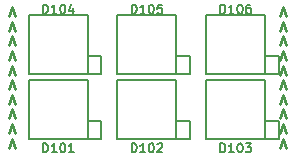
<source format=gto>
G04 (created by PCBNEW (2013-04-21 BZR 4107)-testing) date Thursday, 06 June 2013 15:24:26*
%MOIN*%
G04 Gerber Fmt 3.4, Leading zero omitted, Abs format*
%FSLAX34Y34*%
G01*
G70*
G90*
G04 APERTURE LIST*
%ADD10C,0*%
%ADD11C,0.00984252*%
%ADD12C,0.00590551*%
%ADD13C,0.006*%
G04 APERTURE END LIST*
G54D10*
G54D11*
X64266Y-33642D02*
X64378Y-33342D01*
X64491Y-33642D01*
X64266Y-33155D02*
X64378Y-32855D01*
X64491Y-33155D01*
X64266Y-32667D02*
X64378Y-32367D01*
X64491Y-32667D01*
X64266Y-32180D02*
X64378Y-31880D01*
X64491Y-32180D01*
X64266Y-31692D02*
X64378Y-31392D01*
X64491Y-31692D01*
X64266Y-31205D02*
X64378Y-30905D01*
X64491Y-31205D01*
X64266Y-30718D02*
X64378Y-30418D01*
X64491Y-30718D01*
X64266Y-30230D02*
X64378Y-29930D01*
X64491Y-30230D01*
X64266Y-29743D02*
X64378Y-29443D01*
X64491Y-29743D01*
X64266Y-29255D02*
X64378Y-28955D01*
X64491Y-29255D01*
X55230Y-33642D02*
X55343Y-33342D01*
X55455Y-33642D01*
X55230Y-33155D02*
X55343Y-32855D01*
X55455Y-33155D01*
X55230Y-32667D02*
X55343Y-32367D01*
X55455Y-32667D01*
X55230Y-32180D02*
X55343Y-31880D01*
X55455Y-32180D01*
X55230Y-31692D02*
X55343Y-31392D01*
X55455Y-31692D01*
X55230Y-31205D02*
X55343Y-30905D01*
X55455Y-31205D01*
X55230Y-30718D02*
X55343Y-30418D01*
X55455Y-30718D01*
X55230Y-30230D02*
X55343Y-29930D01*
X55455Y-30230D01*
X55230Y-29743D02*
X55343Y-29443D01*
X55455Y-29743D01*
X55230Y-29255D02*
X55343Y-28955D01*
X55455Y-29255D01*
G54D12*
X57874Y-32736D02*
X58326Y-32736D01*
X58326Y-32736D02*
X58326Y-33366D01*
X58326Y-33366D02*
X57874Y-33366D01*
X55905Y-33366D02*
X57874Y-33366D01*
X57874Y-33366D02*
X57874Y-31397D01*
X57874Y-31397D02*
X55905Y-31397D01*
X55905Y-31397D02*
X55905Y-33366D01*
X60826Y-32736D02*
X61279Y-32736D01*
X61279Y-32736D02*
X61279Y-33366D01*
X61279Y-33366D02*
X60826Y-33366D01*
X58858Y-33366D02*
X60826Y-33366D01*
X60826Y-33366D02*
X60826Y-31397D01*
X60826Y-31397D02*
X58858Y-31397D01*
X58858Y-31397D02*
X58858Y-33366D01*
X63779Y-32736D02*
X64232Y-32736D01*
X64232Y-32736D02*
X64232Y-33366D01*
X64232Y-33366D02*
X63779Y-33366D01*
X61811Y-33366D02*
X63779Y-33366D01*
X63779Y-33366D02*
X63779Y-31397D01*
X63779Y-31397D02*
X61811Y-31397D01*
X61811Y-31397D02*
X61811Y-33366D01*
X57874Y-30570D02*
X58326Y-30570D01*
X58326Y-30570D02*
X58326Y-31200D01*
X58326Y-31200D02*
X57874Y-31200D01*
X55905Y-31200D02*
X57874Y-31200D01*
X57874Y-31200D02*
X57874Y-29232D01*
X57874Y-29232D02*
X55905Y-29232D01*
X55905Y-29232D02*
X55905Y-31200D01*
X60826Y-30570D02*
X61279Y-30570D01*
X61279Y-30570D02*
X61279Y-31200D01*
X61279Y-31200D02*
X60826Y-31200D01*
X58858Y-31200D02*
X60826Y-31200D01*
X60826Y-31200D02*
X60826Y-29232D01*
X60826Y-29232D02*
X58858Y-29232D01*
X58858Y-29232D02*
X58858Y-31200D01*
X63779Y-30570D02*
X64232Y-30570D01*
X64232Y-30570D02*
X64232Y-31200D01*
X64232Y-31200D02*
X63779Y-31200D01*
X61811Y-31200D02*
X63779Y-31200D01*
X63779Y-31200D02*
X63779Y-29232D01*
X63779Y-29232D02*
X61811Y-29232D01*
X61811Y-29232D02*
X61811Y-31200D01*
G54D13*
X56382Y-33797D02*
X56382Y-33497D01*
X56454Y-33497D01*
X56496Y-33511D01*
X56525Y-33539D01*
X56539Y-33568D01*
X56554Y-33625D01*
X56554Y-33668D01*
X56539Y-33725D01*
X56525Y-33754D01*
X56496Y-33782D01*
X56454Y-33797D01*
X56382Y-33797D01*
X56839Y-33797D02*
X56668Y-33797D01*
X56754Y-33797D02*
X56754Y-33497D01*
X56725Y-33539D01*
X56696Y-33568D01*
X56668Y-33582D01*
X57025Y-33497D02*
X57054Y-33497D01*
X57082Y-33511D01*
X57096Y-33525D01*
X57111Y-33554D01*
X57125Y-33611D01*
X57125Y-33682D01*
X57111Y-33739D01*
X57096Y-33768D01*
X57082Y-33782D01*
X57054Y-33797D01*
X57025Y-33797D01*
X56996Y-33782D01*
X56982Y-33768D01*
X56968Y-33739D01*
X56954Y-33682D01*
X56954Y-33611D01*
X56968Y-33554D01*
X56982Y-33525D01*
X56996Y-33511D01*
X57025Y-33497D01*
X57411Y-33797D02*
X57239Y-33797D01*
X57325Y-33797D02*
X57325Y-33497D01*
X57296Y-33539D01*
X57268Y-33568D01*
X57239Y-33582D01*
X59335Y-33797D02*
X59335Y-33497D01*
X59406Y-33497D01*
X59449Y-33511D01*
X59478Y-33539D01*
X59492Y-33568D01*
X59506Y-33625D01*
X59506Y-33668D01*
X59492Y-33725D01*
X59478Y-33754D01*
X59449Y-33782D01*
X59406Y-33797D01*
X59335Y-33797D01*
X59792Y-33797D02*
X59621Y-33797D01*
X59706Y-33797D02*
X59706Y-33497D01*
X59678Y-33539D01*
X59649Y-33568D01*
X59621Y-33582D01*
X59978Y-33497D02*
X60006Y-33497D01*
X60035Y-33511D01*
X60049Y-33525D01*
X60063Y-33554D01*
X60078Y-33611D01*
X60078Y-33682D01*
X60063Y-33739D01*
X60049Y-33768D01*
X60035Y-33782D01*
X60006Y-33797D01*
X59978Y-33797D01*
X59949Y-33782D01*
X59935Y-33768D01*
X59921Y-33739D01*
X59906Y-33682D01*
X59906Y-33611D01*
X59921Y-33554D01*
X59935Y-33525D01*
X59949Y-33511D01*
X59978Y-33497D01*
X60192Y-33525D02*
X60206Y-33511D01*
X60235Y-33497D01*
X60306Y-33497D01*
X60335Y-33511D01*
X60349Y-33525D01*
X60363Y-33554D01*
X60363Y-33582D01*
X60349Y-33625D01*
X60178Y-33797D01*
X60363Y-33797D01*
X62288Y-33797D02*
X62288Y-33497D01*
X62359Y-33497D01*
X62402Y-33511D01*
X62430Y-33539D01*
X62445Y-33568D01*
X62459Y-33625D01*
X62459Y-33668D01*
X62445Y-33725D01*
X62430Y-33754D01*
X62402Y-33782D01*
X62359Y-33797D01*
X62288Y-33797D01*
X62745Y-33797D02*
X62573Y-33797D01*
X62659Y-33797D02*
X62659Y-33497D01*
X62630Y-33539D01*
X62602Y-33568D01*
X62573Y-33582D01*
X62930Y-33497D02*
X62959Y-33497D01*
X62988Y-33511D01*
X63002Y-33525D01*
X63016Y-33554D01*
X63030Y-33611D01*
X63030Y-33682D01*
X63016Y-33739D01*
X63002Y-33768D01*
X62988Y-33782D01*
X62959Y-33797D01*
X62930Y-33797D01*
X62902Y-33782D01*
X62888Y-33768D01*
X62873Y-33739D01*
X62859Y-33682D01*
X62859Y-33611D01*
X62873Y-33554D01*
X62888Y-33525D01*
X62902Y-33511D01*
X62930Y-33497D01*
X63130Y-33497D02*
X63316Y-33497D01*
X63216Y-33611D01*
X63259Y-33611D01*
X63288Y-33625D01*
X63302Y-33639D01*
X63316Y-33668D01*
X63316Y-33739D01*
X63302Y-33768D01*
X63288Y-33782D01*
X63259Y-33797D01*
X63173Y-33797D01*
X63145Y-33782D01*
X63130Y-33768D01*
X56382Y-29171D02*
X56382Y-28871D01*
X56454Y-28871D01*
X56496Y-28885D01*
X56525Y-28914D01*
X56539Y-28942D01*
X56554Y-28999D01*
X56554Y-29042D01*
X56539Y-29099D01*
X56525Y-29128D01*
X56496Y-29156D01*
X56454Y-29171D01*
X56382Y-29171D01*
X56839Y-29171D02*
X56668Y-29171D01*
X56754Y-29171D02*
X56754Y-28871D01*
X56725Y-28914D01*
X56696Y-28942D01*
X56668Y-28956D01*
X57025Y-28871D02*
X57054Y-28871D01*
X57082Y-28885D01*
X57096Y-28899D01*
X57111Y-28928D01*
X57125Y-28985D01*
X57125Y-29056D01*
X57111Y-29114D01*
X57096Y-29142D01*
X57082Y-29156D01*
X57054Y-29171D01*
X57025Y-29171D01*
X56996Y-29156D01*
X56982Y-29142D01*
X56968Y-29114D01*
X56954Y-29056D01*
X56954Y-28985D01*
X56968Y-28928D01*
X56982Y-28899D01*
X56996Y-28885D01*
X57025Y-28871D01*
X57382Y-28971D02*
X57382Y-29171D01*
X57311Y-28856D02*
X57239Y-29071D01*
X57425Y-29071D01*
X59335Y-29171D02*
X59335Y-28871D01*
X59406Y-28871D01*
X59449Y-28885D01*
X59478Y-28914D01*
X59492Y-28942D01*
X59506Y-28999D01*
X59506Y-29042D01*
X59492Y-29099D01*
X59478Y-29128D01*
X59449Y-29156D01*
X59406Y-29171D01*
X59335Y-29171D01*
X59792Y-29171D02*
X59621Y-29171D01*
X59706Y-29171D02*
X59706Y-28871D01*
X59678Y-28914D01*
X59649Y-28942D01*
X59621Y-28956D01*
X59978Y-28871D02*
X60006Y-28871D01*
X60035Y-28885D01*
X60049Y-28899D01*
X60063Y-28928D01*
X60078Y-28985D01*
X60078Y-29056D01*
X60063Y-29114D01*
X60049Y-29142D01*
X60035Y-29156D01*
X60006Y-29171D01*
X59978Y-29171D01*
X59949Y-29156D01*
X59935Y-29142D01*
X59921Y-29114D01*
X59906Y-29056D01*
X59906Y-28985D01*
X59921Y-28928D01*
X59935Y-28899D01*
X59949Y-28885D01*
X59978Y-28871D01*
X60349Y-28871D02*
X60206Y-28871D01*
X60192Y-29014D01*
X60206Y-28999D01*
X60235Y-28985D01*
X60306Y-28985D01*
X60335Y-28999D01*
X60349Y-29014D01*
X60363Y-29042D01*
X60363Y-29114D01*
X60349Y-29142D01*
X60335Y-29156D01*
X60306Y-29171D01*
X60235Y-29171D01*
X60206Y-29156D01*
X60192Y-29142D01*
X62288Y-29171D02*
X62288Y-28871D01*
X62359Y-28871D01*
X62402Y-28885D01*
X62430Y-28914D01*
X62445Y-28942D01*
X62459Y-28999D01*
X62459Y-29042D01*
X62445Y-29099D01*
X62430Y-29128D01*
X62402Y-29156D01*
X62359Y-29171D01*
X62288Y-29171D01*
X62745Y-29171D02*
X62573Y-29171D01*
X62659Y-29171D02*
X62659Y-28871D01*
X62630Y-28914D01*
X62602Y-28942D01*
X62573Y-28956D01*
X62930Y-28871D02*
X62959Y-28871D01*
X62988Y-28885D01*
X63002Y-28899D01*
X63016Y-28928D01*
X63030Y-28985D01*
X63030Y-29056D01*
X63016Y-29114D01*
X63002Y-29142D01*
X62988Y-29156D01*
X62959Y-29171D01*
X62930Y-29171D01*
X62902Y-29156D01*
X62888Y-29142D01*
X62873Y-29114D01*
X62859Y-29056D01*
X62859Y-28985D01*
X62873Y-28928D01*
X62888Y-28899D01*
X62902Y-28885D01*
X62930Y-28871D01*
X63288Y-28871D02*
X63230Y-28871D01*
X63202Y-28885D01*
X63188Y-28899D01*
X63159Y-28942D01*
X63145Y-28999D01*
X63145Y-29114D01*
X63159Y-29142D01*
X63173Y-29156D01*
X63202Y-29171D01*
X63259Y-29171D01*
X63288Y-29156D01*
X63302Y-29142D01*
X63316Y-29114D01*
X63316Y-29042D01*
X63302Y-29014D01*
X63288Y-28999D01*
X63259Y-28985D01*
X63202Y-28985D01*
X63173Y-28999D01*
X63159Y-29014D01*
X63145Y-29042D01*
M02*

</source>
